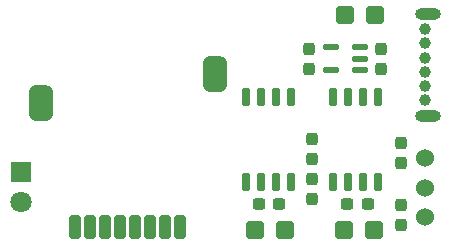
<source format=gbr>
%TF.GenerationSoftware,KiCad,Pcbnew,(7.0.0)*%
%TF.CreationDate,2023-07-18T11:01:11+08:00*%
%TF.ProjectId,Board_Car_V0_3,426f6172-645f-4436-9172-5f56305f332e,rev?*%
%TF.SameCoordinates,Original*%
%TF.FileFunction,Soldermask,Bot*%
%TF.FilePolarity,Negative*%
%FSLAX46Y46*%
G04 Gerber Fmt 4.6, Leading zero omitted, Abs format (unit mm)*
G04 Created by KiCad (PCBNEW (7.0.0)) date 2023-07-18 11:01:11*
%MOMM*%
%LPD*%
G01*
G04 APERTURE LIST*
G04 Aperture macros list*
%AMRoundRect*
0 Rectangle with rounded corners*
0 $1 Rounding radius*
0 $2 $3 $4 $5 $6 $7 $8 $9 X,Y pos of 4 corners*
0 Add a 4 corners polygon primitive as box body*
4,1,4,$2,$3,$4,$5,$6,$7,$8,$9,$2,$3,0*
0 Add four circle primitives for the rounded corners*
1,1,$1+$1,$2,$3*
1,1,$1+$1,$4,$5*
1,1,$1+$1,$6,$7*
1,1,$1+$1,$8,$9*
0 Add four rect primitives between the rounded corners*
20,1,$1+$1,$2,$3,$4,$5,0*
20,1,$1+$1,$4,$5,$6,$7,0*
20,1,$1+$1,$6,$7,$8,$9,0*
20,1,$1+$1,$8,$9,$2,$3,0*%
G04 Aperture macros list end*
%ADD10RoundRect,0.237500X0.237500X-0.300000X0.237500X0.300000X-0.237500X0.300000X-0.237500X-0.300000X0*%
%ADD11RoundRect,0.137500X0.525000X0.137500X-0.525000X0.137500X-0.525000X-0.137500X0.525000X-0.137500X0*%
%ADD12C,1.000000*%
%ADD13O,2.200000X1.000000*%
%ADD14RoundRect,0.250000X0.250000X0.750000X-0.250000X0.750000X-0.250000X-0.750000X0.250000X-0.750000X0*%
%ADD15RoundRect,0.500000X0.500000X1.000000X-0.500000X1.000000X-0.500000X-1.000000X0.500000X-1.000000X0*%
%ADD16RoundRect,0.150000X0.150000X-0.650000X0.150000X0.650000X-0.150000X0.650000X-0.150000X-0.650000X0*%
%ADD17C,1.524000*%
%ADD18RoundRect,0.400000X0.400000X0.400000X-0.400000X0.400000X-0.400000X-0.400000X0.400000X-0.400000X0*%
%ADD19C,1.800000*%
%ADD20R,1.800000X1.800000*%
%ADD21RoundRect,0.237500X-0.237500X0.300000X-0.237500X-0.300000X0.237500X-0.300000X0.237500X0.300000X0*%
%ADD22RoundRect,0.237500X0.300000X0.237500X-0.300000X0.237500X-0.300000X-0.237500X0.300000X-0.237500X0*%
G04 APERTURE END LIST*
D10*
%TO.C,C4*%
X69977000Y-109574500D03*
X69977000Y-107849500D03*
%TD*%
D11*
%TO.C,U1*%
X73971000Y-100142000D03*
X73971000Y-101092000D03*
X73971000Y-102042000D03*
X71571000Y-102042000D03*
X71571000Y-100142000D03*
%TD*%
D12*
%TO.C,USB1*%
X79500000Y-101000000D03*
X79500000Y-103400000D03*
X79500000Y-104600000D03*
X79500000Y-102200000D03*
X79500000Y-99800000D03*
X79500000Y-98600000D03*
D13*
X79769999Y-97277499D03*
X79769999Y-105922499D03*
%TD*%
D14*
%TO.C,U7*%
X58801000Y-115354000D03*
X57531000Y-115354000D03*
X56261000Y-115354000D03*
X54991000Y-115354000D03*
X53721000Y-115354000D03*
X52451000Y-115354000D03*
X51181000Y-115354000D03*
X49911000Y-115354000D03*
D15*
X46990000Y-104854000D03*
X61722000Y-102354000D03*
%TD*%
D16*
%TO.C,U4*%
X75565000Y-111550000D03*
X74295000Y-111550000D03*
X73025000Y-111550000D03*
X71755000Y-111550000D03*
X71755000Y-104350000D03*
X73025000Y-104350000D03*
X74295000Y-104350000D03*
X75565000Y-104350000D03*
%TD*%
%TO.C,U2*%
X68199000Y-111506000D03*
X66929000Y-111506000D03*
X65659000Y-111506000D03*
X64389000Y-111506000D03*
X64389000Y-104306000D03*
X65659000Y-104306000D03*
X66929000Y-104306000D03*
X68199000Y-104306000D03*
%TD*%
D17*
%TO.C,SW3*%
X79500000Y-114500000D03*
X79500000Y-112000000D03*
X79500000Y-109500000D03*
%TD*%
D18*
%TO.C,M2*%
X75184000Y-115570000D03*
X72644000Y-115570000D03*
%TD*%
%TO.C,M1*%
X67691000Y-115570000D03*
X65151000Y-115570000D03*
%TD*%
%TO.C,J1*%
X75311000Y-97409000D03*
X72771000Y-97409000D03*
%TD*%
D19*
%TO.C,D2*%
X45339000Y-113265000D03*
D20*
X45338999Y-110724999D03*
%TD*%
D21*
%TO.C,C19*%
X69723000Y-100229500D03*
X69723000Y-101954500D03*
%TD*%
D22*
%TO.C,C10*%
X74649500Y-113411000D03*
X72924500Y-113411000D03*
%TD*%
D10*
%TO.C,C9*%
X77470000Y-109955500D03*
X77470000Y-108230500D03*
%TD*%
D21*
%TO.C,C8*%
X77470000Y-113437500D03*
X77470000Y-115162500D03*
%TD*%
D22*
%TO.C,C6*%
X67156500Y-113411000D03*
X65431500Y-113411000D03*
%TD*%
D21*
%TO.C,C5*%
X69977000Y-111278500D03*
X69977000Y-113003500D03*
%TD*%
%TO.C,C3*%
X75819000Y-100229500D03*
X75819000Y-101954500D03*
%TD*%
M02*

</source>
